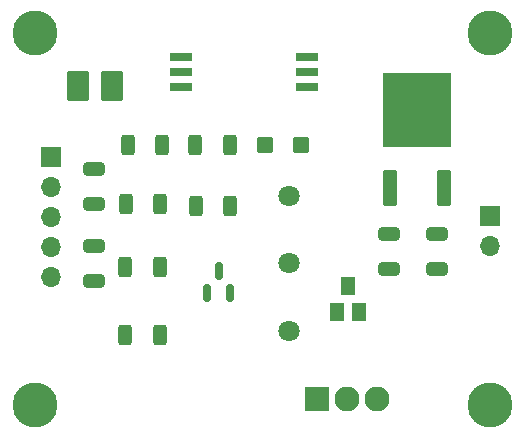
<source format=gts>
%TF.GenerationSoftware,KiCad,Pcbnew,8.0.1*%
%TF.CreationDate,2025-03-05T11:05:37+00:00*%
%TF.ProjectId,PWM Control Circuit,50574d20-436f-46e7-9472-6f6c20436972,Version 2*%
%TF.SameCoordinates,Original*%
%TF.FileFunction,Soldermask,Top*%
%TF.FilePolarity,Negative*%
%FSLAX46Y46*%
G04 Gerber Fmt 4.6, Leading zero omitted, Abs format (unit mm)*
G04 Created by KiCad (PCBNEW 8.0.1) date 2025-03-05 11:05:37*
%MOMM*%
%LPD*%
G01*
G04 APERTURE LIST*
G04 Aperture macros list*
%AMRoundRect*
0 Rectangle with rounded corners*
0 $1 Rounding radius*
0 $2 $3 $4 $5 $6 $7 $8 $9 X,Y pos of 4 corners*
0 Add a 4 corners polygon primitive as box body*
4,1,4,$2,$3,$4,$5,$6,$7,$8,$9,$2,$3,0*
0 Add four circle primitives for the rounded corners*
1,1,$1+$1,$2,$3*
1,1,$1+$1,$4,$5*
1,1,$1+$1,$6,$7*
1,1,$1+$1,$8,$9*
0 Add four rect primitives between the rounded corners*
20,1,$1+$1,$2,$3,$4,$5,0*
20,1,$1+$1,$4,$5,$6,$7,0*
20,1,$1+$1,$6,$7,$8,$9,0*
20,1,$1+$1,$8,$9,$2,$3,0*%
G04 Aperture macros list end*
%ADD10RoundRect,0.102000X-0.555000X-0.610000X0.555000X-0.610000X0.555000X0.610000X-0.555000X0.610000X0*%
%ADD11RoundRect,0.250000X-0.312500X-0.625000X0.312500X-0.625000X0.312500X0.625000X-0.312500X0.625000X0*%
%ADD12RoundRect,0.150000X0.150000X-0.587500X0.150000X0.587500X-0.150000X0.587500X-0.150000X-0.587500X0*%
%ADD13C,3.800000*%
%ADD14C,1.800000*%
%ADD15RoundRect,0.102000X-0.485000X-1.415000X0.485000X-1.415000X0.485000X1.415000X-0.485000X1.415000X0*%
%ADD16RoundRect,0.102000X-2.815000X-3.045000X2.815000X-3.045000X2.815000X3.045000X-2.815000X3.045000X0*%
%ADD17RoundRect,0.250000X-0.650000X0.325000X-0.650000X-0.325000X0.650000X-0.325000X0.650000X0.325000X0*%
%ADD18RoundRect,0.102000X0.500000X-0.700000X0.500000X0.700000X-0.500000X0.700000X-0.500000X-0.700000X0*%
%ADD19R,1.850000X0.650000*%
%ADD20RoundRect,0.102000X-0.955000X-0.955000X0.955000X-0.955000X0.955000X0.955000X-0.955000X0.955000X0*%
%ADD21C,2.114000*%
%ADD22R,1.700000X1.700000*%
%ADD23O,1.700000X1.700000*%
%ADD24RoundRect,0.102000X-0.800000X-1.200000X0.800000X-1.200000X0.800000X1.200000X-0.800000X1.200000X0*%
G04 APERTURE END LIST*
D10*
%TO.C,D3*%
X107950000Y-90000000D03*
X111050000Y-90000000D03*
%TD*%
D11*
%TO.C,R5*%
X102075000Y-90000000D03*
X105000000Y-90000000D03*
%TD*%
D12*
%TO.C,D2*%
X103100000Y-102500000D03*
X105000000Y-102500000D03*
X104050000Y-100625000D03*
%TD*%
D13*
%TO.C,H1*%
X88500000Y-80500000D03*
%TD*%
D14*
%TO.C,+15V_TP1*%
X110000000Y-94325000D03*
%TD*%
D15*
%TO.C,U2*%
X118593300Y-93650000D03*
D16*
X120883300Y-87000000D03*
D15*
X123173300Y-93650000D03*
%TD*%
D14*
%TO.C,GND_TP1*%
X110000000Y-100000000D03*
%TD*%
D11*
%TO.C,R1*%
X96350000Y-90000000D03*
X99275000Y-90000000D03*
%TD*%
D17*
%TO.C,C2*%
X93500000Y-92025000D03*
X93500000Y-94975000D03*
%TD*%
D18*
%TO.C,D4*%
X114050000Y-104100000D03*
X115950000Y-104100000D03*
X115000000Y-101900000D03*
%TD*%
D17*
%TO.C,C1*%
X93500000Y-98525000D03*
X93500000Y-101475000D03*
%TD*%
D11*
%TO.C,R6*%
X102100000Y-95100000D03*
X105025000Y-95100000D03*
%TD*%
D14*
%TO.C,VG_TP1*%
X110000000Y-105750000D03*
%TD*%
D17*
%TO.C,C4*%
X122500000Y-97525000D03*
X122500000Y-100475000D03*
%TD*%
D13*
%TO.C,H3*%
X88500000Y-112000000D03*
%TD*%
D17*
%TO.C,C3*%
X118500000Y-97525000D03*
X118500000Y-100475000D03*
%TD*%
D11*
%TO.C,R2*%
X96200000Y-95000000D03*
X99125000Y-95000000D03*
%TD*%
%TO.C,R3*%
X96125000Y-100300000D03*
X99050000Y-100300000D03*
%TD*%
%TO.C,R4*%
X96150000Y-106075000D03*
X99075000Y-106075000D03*
%TD*%
D19*
%TO.C,IC1*%
X100875000Y-82530000D03*
X100875000Y-83800000D03*
X100875000Y-85070000D03*
X111525000Y-85070000D03*
X111525000Y-83800000D03*
X111525000Y-82530000D03*
%TD*%
D20*
%TO.C,U1*%
X112420000Y-111500000D03*
D21*
X114960000Y-111500000D03*
X117500000Y-111500000D03*
%TD*%
D13*
%TO.C,H4*%
X127000000Y-112000000D03*
%TD*%
D22*
%TO.C,J2*%
X127000000Y-96000000D03*
D23*
X127000000Y-98540000D03*
%TD*%
D13*
%TO.C,H2*%
X127000000Y-80500000D03*
%TD*%
D22*
%TO.C,J1*%
X89850000Y-91030000D03*
D23*
X89850000Y-93570000D03*
X89850000Y-96110000D03*
X89850000Y-98650000D03*
X89850000Y-101190000D03*
%TD*%
D24*
%TO.C,D1*%
X92175000Y-85000000D03*
X95025000Y-85000000D03*
%TD*%
M02*

</source>
